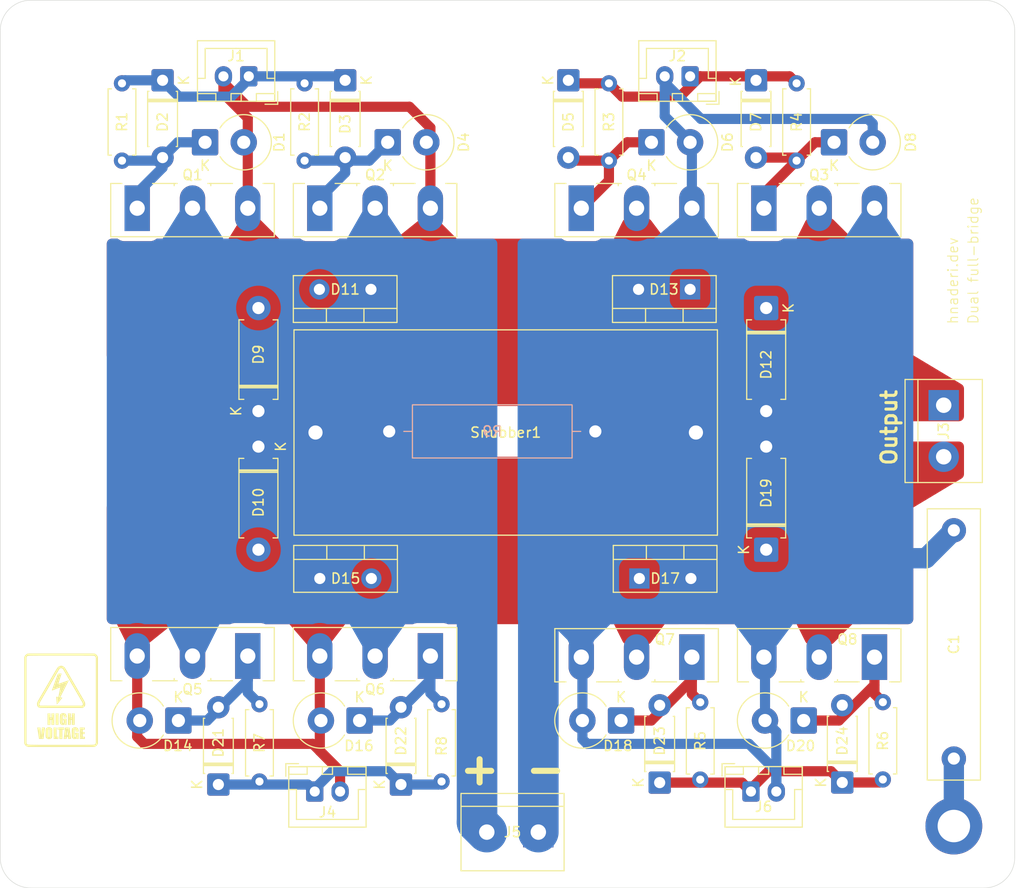
<source format=kicad_pcb>
(kicad_pcb (version 20241229) (generator "pcbnew") (generator_version "9.0")
  (layers (0 "F.Cu" signal) (2 "B.Cu" signal) (13 "F.Paste" user) (15 "B.Paste" user) (5 "F.SilkS" user "F.Silkscreen") (7 "B.SilkS" user "B.Silkscreen") (1 "F.Mask" user) (3 "B.Mask" user) (25 "Edge.Cuts" user))
  (net 0 "")
  (net 1 "GNDREF")
  (net 2 "GND")
  (net 3 "VDC")
  (net 4 "/Gate Left High")
  (net 5 "/BridgeLeft")
  (net 6 "Net-(D3-A)")
  (net 7 "/Gate Left Low")
  (net 8 "/Gate Right High")
  (net 9 "/Gate Right Low")
  (net 10 "/BridgeRight")
  (net 11 "/Net-(D1-A)")
  (net 12 "/Net-(D6-A1)")
  (net 13 "/Net-(D5-A1)")
  (net 14 "/Net-(D13-A)")
  (net 15 "/Net-(D15-A1)")
  (net 16 "/Net-(D17-A)")
  (net 17 "/Net-(D19-A)")
  (footprint "Diode_THT:D_DO-201_P3.81mm_Vertical_KathodeUp" (layer "F.Cu") (at 47.42 83 180)
    (property "Reference" "D16" (at 0.06 -2.5 180) (layer "F.SilkS"))
    (property "Value" "16v")
    (fp_text user "K" (at 0 2.3 0) (layer "F.SilkS"))
    (pad "1" thru_hole roundrect (at 0 0 180) (size 2.6 2.6) (drill 1.3) (layers "*.Cu" "*.Mask") (roundrect_rratio 0.096154) (net 15 "/Net-(D15-A1)"))
    (pad "2" thru_hole circle (at 3.81 0 180) (size 2.6 2.6) (drill 1.3) (layers "*.Cu" "*.Mask") (net 10 "/BridgeRight"))
  )
  (footprint "Diode_THT:D_DO-41_SOD81_P7.62mm_Horizontal" (layer "F.Cu") (at 28 19.89 -90)
    (property "Reference" "D2" (at 4.12 0 90) (layer "F.SilkS"))
    (property "Value" "1n5819")
    (fp_text user "K" (at 0 -2.1 90) (layer "F.SilkS"))
    (pad "1" thru_hole roundrect (at 0 0 270) (size 2.2 2.2) (drill 1.1) (layers "*.Cu" "*.Mask") (roundrect_rratio 0.113636) (net 4 "/Gate Left High"))
    (pad "2" thru_hole circle (at 7.62 0 270) (size 2.2 2.2) (drill 1.1) (layers "*.Cu" "*.Mask") (net 11 "/Net-(D1-A)"))
  )
  (footprint "Package_TO_SOT_THT:TO-247-3_Vertical" (layer "F.Cu") (at 54.4 76.64 180)
    (property "Reference" "Q6" (at 5.45 -3.28 180) (layer "F.SilkS"))
    (property "Value" "Q_NIGBT_GCE")
    (pad "1" thru_hole rect (at 0 0 180) (size 2.5 4.5) (drill 1.5) (layers "*.Cu" "*.Mask") (net 15 "/Net-(D15-A1)"))
    (pad "2" thru_hole oval (at 5.45 0 180) (size 2.5 4.5) (drill 1.5) (layers "*.Cu" "*.Mask") (net 3 "VDC"))
    (pad "3" thru_hole oval (at 10.9 0 180) (size 2.5 4.5) (drill 1.5) (layers "*.Cu" "*.Mask") (net 10 "/BridgeRight"))
  )
  (footprint "Diode_THT:D_DO-15_P10.16mm_Horizontal" (layer "F.Cu") (at 37.45 52.5 90)
    (property "Reference" "D9" (at 5.58 0 90) (layer "F.SilkS"))
    (property "Value" "500v")
    (fp_text user "K" (at 0 -2.2 90) (layer "F.SilkS"))
    (pad "1" thru_hole roundrect (at 0 0 90) (size 2.4 2.4) (drill 1.2) (layers "*.Cu" "*.Mask") (roundrect_rratio 0.104167) (net 3 "VDC"))
    (pad "2" thru_hole circle (at 10.16 0 90) (size 2.4 2.4) (drill 1.2) (layers "*.Cu" "*.Mask") (net 5 "/BridgeLeft"))
  )
  (footprint "Package_TO_SOT_THT:TO-220-2_Vertical" (layer "F.Cu") (at 80 40.5 180)
    (property "Reference" "D13" (at 2.58 0 0) (layer "F.SilkS"))
    (property "Value" "MUR1560")
    (pad "1" thru_hole rect (at 0 0 180) (size 2 2) (drill 1.1) (layers "*.Cu" "*.Mask") (net 5 "/BridgeLeft"))
    (pad "2" thru_hole circle (at 5.08 0 180) (size 2 2) (drill 1.1) (layers "*.Cu" "*.Mask") (net 1 "GNDREF"))
  )
  (footprint "Resistor_THT:R_Axial_DIN0207_L6.3mm_D2.5mm_P7.62mm_Horizontal" (layer "F.Cu") (at 99 88.81 90)
    (property "Reference" "R6" (at 3.81 0 90) (layer "F.SilkS"))
    (property "Value" "10")
    (pad "1" thru_hole circle (at 0 0 90) (size 1.6 1.6) (drill 0.8) (layers "*.Cu" "*.Mask") (net 9 "/Gate Right Low"))
    (pad "2" thru_hole circle (at 7.62 0 90) (size 1.6 1.6) (drill 0.8) (layers "*.Cu" "*.Mask") (net 17 "/Net-(D19-A)"))
  )
  (footprint "MountingHole:MountingHole_3.2mm_M3" (layer "F.Cu") (at 18 93)
    (property "Reference" "H3" (hide yes))
    (property "Value" "MountingHole")
    (pad "" np_thru_hole circle (at 0 0) (size 3.2 3.2) (drill 3.2) (layers "*.Cu" "*.Mask"))
  )
  (footprint "Resistor_THT:R_Axial_DIN0207_L6.3mm_D2.5mm_P7.62mm_Horizontal" (layer "F.Cu") (at 55.5 89.01 90)
    (property "Reference" "R8" (at 3.5 0 90) (layer "F.SilkS"))
    (property "Value" "10")
    (pad "1" thru_hole circle (at 0 0 90) (size 1.6 1.6) (drill 0.8) (layers "*.Cu" "*.Mask") (net 8 "/Gate Right High"))
    (pad "2" thru_hole circle (at 7.62 0 90) (size 1.6 1.6) (drill 0.8) (layers "*.Cu" "*.Mask") (net 15 "/Net-(D15-A1)"))
  )
  (footprint "MountingHole:MountingHole_3.2mm_M3" (layer "F.Cu") (at 106.4 17.5)
    (property "Reference" "H2" (hide yes))
    (property "Value" "MountingHole")
    (pad "" np_thru_hole circle (at 0 0) (size 3.2 3.2) (drill 3.2) (layers "*.Cu" "*.Mask"))
  )
  (footprint "Diode_THT:D_DO-15_P10.16mm_Horizontal" (layer "F.Cu") (at 87.5 66.16 90)
    (property "Reference" "D19" (at 5.58 0 90) (layer "F.SilkS"))
    (property "Value" "500v")
    (fp_text user "K" (at 0 -2.2 90) (layer "F.SilkS"))
    (pad "1" thru_hole roundrect (at 0 0 90) (size 2.4 2.4) (drill 1.2) (layers "*.Cu" "*.Mask") (roundrect_rratio 0.104167) (net 10 "/BridgeRight"))
    (pad "2" thru_hole circle (at 10.16 0 90) (size 2.4 2.4) (drill 1.2) (layers "*.Cu" "*.Mask") (net 1 "GNDREF"))
  )
  (footprint "Diode_THT:D_DO-201_P3.81mm_Vertical_KathodeUp" (layer "F.Cu") (at 73.195 83 180)
    (property "Reference" "D18" (at 0.31 -2.5 0) (layer "F.SilkS"))
    (property "Value" "16v")
    (fp_text user "K" (at 0 2.3 0) (layer "F.SilkS"))
    (pad "1" thru_hole roundrect (at 0 0 180) (size 2.6 2.6) (drill 1.3) (layers "*.Cu" "*.Mask") (roundrect_rratio 0.096154) (net 16 "/Net-(D17-A)"))
    (pad "2" thru_hole circle (at 3.81 0 180) (size 2.6 2.6) (drill 1.3) (layers "*.Cu" "*.Mask") (net 1 "GNDREF"))
  )
  (footprint "Package_TO_SOT_THT:TO-220-2_Vertical" (layer "F.Cu") (at 48.54 40.5 180)
    (property "Reference" "D11" (at 2.54 0 0) (layer "F.SilkS"))
    (property "Value" "MUR1560")
    (pad "1" thru_hole rect (at 0 0 180) (size 2 2) (drill 1.1) (layers "*.Cu" "*.Mask") (net 3 "VDC"))
    (pad "2" thru_hole circle (at 5.08 0 180) (size 2 2) (drill 1.1) (layers "*.Cu" "*.Mask") (net 5 "/BridgeLeft"))
  )
  (footprint "Diode_THT:D_DO-201_P3.81mm_Vertical_KathodeUp" (layer "F.Cu") (at 91.195 83 180)
    (property "Reference" "D20" (at 0.31 -2.5 0) (layer "F.SilkS"))
    (property "Value" "16v")
    (fp_text user "K" (at 0 2.3 0) (layer "F.SilkS"))
    (pad "1" thru_hole roundrect (at 0 0 180) (size 2.6 2.6) (drill 1.3) (layers "*.Cu" "*.Mask") (roundrect_rratio 0.096154) (net 17 "/Net-(D19-A)"))
    (pad "2" thru_hole circle (at 3.81 0 180) (size 2.6 2.6) (drill 1.3) (layers "*.Cu" "*.Mask") (net 1 "GNDREF"))
  )
  (footprint "Diode_THT:D_DO-41_SOD81_P7.62mm_Horizontal" (layer "F.Cu") (at 95 89.11 90)
    (property "Reference" "D24" (at 4.11 0 90) (layer "F.SilkS"))
    (property "Value" "1n5819")
    (fp_text user "K" (at 0 -2.1 90) (layer "F.SilkS"))
    (pad "1" thru_hole roundrect (at 0 0 90) (size 2.2 2.2) (drill 1.1) (layers "*.Cu" "*.Mask") (roundrect_rratio 0.113636) (net 9 "/Gate Right Low"))
    (pad "2" thru_hole circle (at 7.62 0 90) (size 2.2 2.2) (drill 1.1) (layers "*.Cu" "*.Mask") (net 17 "/Net-(D19-A)"))
  )
  (footprint "LOGO" (layer "F.Cu") (at 18 81)
    (property "Reference" "G***" (hide yes))
    (property "Value" "LOGO" (hide yes))
  )
  (footprint "Connector_JST:JST_XH_B2B-XH-A_1x02_P2.50mm_Vertical" (layer "F.Cu") (at 80 19.5 180)
    (property "Reference" "J2" (at 1.25 2 0) (layer "F.SilkS"))
    (property "Value" "Conn_01x02_Pin")
    (pad "1" thru_hole roundrect (at 0 0 180) (size 1.7 2) (drill 1) (layers "*.Cu" "*.Mask") (roundrect_rratio 0.147059) (net 7 "/Gate Left Low"))
    (pad "2" thru_hole oval (at 2.5 0 180) (size 1.7 2) (drill 1) (layers "*.Cu" "*.Mask") (net 1 "GNDREF"))
  )
  (footprint "Diode_THT:D_DO-41_SOD81_P7.62mm_Horizontal" (layer "F.Cu") (at 77 89.12 90)
    (property "Reference" "D23" (at 4.11 0 90) (layer "F.SilkS"))
    (property "Value" "1n5819")
    (fp_text user "K" (at 0 -2.1 90) (layer "F.SilkS"))
    (pad "1" thru_hole roundrect (at 0 0 90) (size 2.2 2.2) (drill 1.1) (layers "*.Cu" "*.Mask") (roundrect_rratio 0.113636) (net 9 "/Gate Right Low"))
    (pad "2" thru_hole circle (at 7.62 0 90) (size 2.2 2.2) (drill 1.1) (layers "*.Cu" "*.Mask") (net 16 "/Net-(D17-A)"))
  )
  (footprint "Package_TO_SOT_THT:TO-247-3_Vertical" (layer "F.Cu") (at 87.275 32.5)
    (property "Reference" "Q3" (at 5.45 -3.28 0) (layer "F.SilkS"))
    (property "Value" "Q_NIGBT_GCE")
    (pad "1" thru_hole rect (at 0 0) (size 2.5 4.5) (drill 1.5) (layers "*.Cu" "*.Mask") (net 13 "/Net-(D5-A1)"))
    (pad "2" thru_hole oval (at 5.45 0) (size 2.5 4.5) (drill 1.5) (layers "*.Cu" "*.Mask") (net 5 "/BridgeLeft"))
    (pad "3" thru_hole oval (at 10.9 0) (size 2.5 4.5) (drill 1.5) (layers "*.Cu" "*.Mask") (net 1 "GNDREF"))
  )
  (footprint "Diode_THT:D_DO-201_P3.81mm_Vertical_KathodeUp" (layer "F.Cu") (at 32.19 26)
    (property "Reference" "D1" (at 7.31 0 270) (layer "F.SilkS"))
    (property "Value" "16v")
    (fp_text user "K" (at 0 2.3 0) (layer "F.SilkS"))
    (pad "1" thru_hole roundrect (at 0 0) (size 2.6 2.6) (drill 1.3) (layers "*.Cu" "*.Mask") (roundrect_rratio 0.096154) (net 11 "/Net-(D1-A)"))
    (pad "2" thru_hole circle (at 3.81 0) (size 2.6 2.6) (drill 1.3) (layers "*.Cu" "*.Mask") (net 5 "/BridgeLeft"))
  )
  (footprint "Resistor_THT:R_Axial_DIN0207_L6.3mm_D2.5mm_P7.62mm_Horizontal" (layer "F.Cu") (at 42 20.19 -90)
    (property "Reference" "R2" (at 3.81 0 90) (layer "F.SilkS"))
    (property "Value" "10")
    (pad "1" thru_hole circle (at 0 0 270) (size 1.6 1.6) (drill 0.8) (layers "*.Cu" "*.Mask") (net 4 "/Gate Left High"))
    (pad "2" thru_hole circle (at 7.62 0 270) (size 1.6 1.6) (drill 0.8) (layers "*.Cu" "*.Mask") (net 6 "Net-(D3-A)"))
  )
  (footprint "Resistor_THT:R_Axial_DIN0207_L6.3mm_D2.5mm_P7.62mm_Horizontal" (layer "F.Cu") (at 72 20.19 -90)
    (property "Reference" "R3" (at 3.81 0 90) (layer "F.SilkS"))
    (property "Value" "10")
    (pad "1" thru_hole circle (at 0 0 270) (size 1.6 1.6) (drill 0.8) (layers "*.Cu" "*.Mask") (net 7 "/Gate Left Low"))
    (pad "2" thru_hole circle (at 7.62 0 270) (size 1.6 1.6) (drill 0.8) (layers "*.Cu" "*.Mask") (net 12 "/Net-(D6-A1)"))
  )
  (footprint "Connector_JST:JST_XH_B2B-XH-A_1x02_P2.50mm_Vertical" (layer "F.Cu") (at 86 90)
    (property "Reference" "J6" (at 1.25 1.5 0) (layer "F.SilkS"))
    (property "Value" "Conn_01x02_Pin")
    (pad "1" thru_hole roundrect (at 0 0) (size 1.7 2) (drill 1) (layers "*.Cu" "*.Mask") (roundrect_rratio 0.147059) (net 9 "/Gate Right Low"))
    (pad "2" thru_hole oval (at 2.5 0) (size 1.7 2) (drill 1) (layers "*.Cu" "*.Mask") (net 1 "GNDREF"))
  )
  (footprint "Diode_THT:D_DO-15_P10.16mm_Horizontal" (layer "F.Cu") (at 87.5 42.34 -90)
    (property "Reference" "D12" (at 5.58 0 90) (layer "F.SilkS"))
    (property "Value" "500v")
    (fp_text user "K" (at 0 -2.2 90) (layer "F.SilkS"))
    (pad "1" thru_hole roundrect (at 0 0 270) (size 2.4 2.4) (drill 1.2) (layers "*.Cu" "*.Mask") (roundrect_rratio 0.104167) (net 5 "/BridgeLeft"))
    (pad "2" thru_hole circle (at 10.16 0 270) (size 2.4 2.4) (drill 1.2) (layers "*.Cu" "*.Mask") (net 1 "GNDREF"))
  )
  (footprint "Capacitor_THT:C_Rect_L41.5mm_W20.0mm_P37.50mm_MKS4" (layer "F.Cu") (at 80.575 54.61 180)
    (property "Reference" "Snubber1" (at 18.75 0 0) (layer "F.SilkS"))
    (property "Value" "15u 700v")
    (pad "1" thru_hole circle (at 0 0 180) (size 2.8 2.8) (drill 1.4) (layers "*.Cu" "*.Mask") (net 1 "GNDREF"))
    (pad "2" thru_hole circle (at 37.5 0 180) (size 2.8 2.8) (drill 1.4) (layers "*.Cu" "*.Mask") (net 3 "VDC"))
  )
  (footprint "Diode_THT:D_DO-201_P3.81mm_Vertical_KathodeUp" (layer "F.Cu") (at 50.19 26)
    (property "Reference" "D4" (at 7.5 0 90) (layer "F.SilkS"))
    (property "Value" "16v")
    (fp_text user "K" (at 0 2.3 0) (layer "F.SilkS"))
    (pad "1" thru_hole roundrect (at 0 0) (size 2.6 2.6) (drill 1.3) (layers "*.Cu" "*.Mask") (roundrect_rratio 0.096154) (net 6 "Net-(D3-A)"))
    (pad "2" thru_hole circle (at 3.81 0) (size 2.6 2.6) (drill 1.3) (layers "*.Cu" "*.Mask") (net 5 "/BridgeLeft"))
  )
  (footprint "Resistor_THT:R_Axial_DIN0207_L6.3mm_D2.5mm_P7.62mm_Horizontal" (layer "F.Cu") (at 24 20.19 -90)
    (property "Reference" "R1" (at 3.81 0 270) (layer "F.SilkS"))
    (property "Value" "10")
    (pad "1" thru_hole circle (at 0 0 270) (size 1.6 1.6) (drill 0.8) (layers "*.Cu" "*.Mask") (net 4 "/Gate Left High"))
    (pad "2" thru_hole circle (at 7.62 0 270) (size 1.6 1.6) (drill 0.8) (layers "*.Cu" "*.Mask") (net 11 "/Net-(D1-A)"))
  )
  (footprint "Package_TO_SOT_THT:TO-247-3_Vertical" (layer "F.Cu") (at 80.175 76.75 180)
    (property "Reference" "Q7" (at 2.675 1.75 180) (layer "F.SilkS"))
    (property "Value" "Q_NIGBT_GCE")
    (pad "1" thru_hole rect (at 0 0 180) (size 2.5 4.5) (drill 1.5) (layers "*.Cu" "*.Mask") (net 16 "/Net-(D17-A)"))
    (pad "2" thru_hole oval (at 5.45 0 180) (size 2.5 4.5) (drill 1.5) (layers "*.Cu" "*.Mask") (net 10 "/BridgeRight"))
    (pad "3" thru_hole oval (at 10.9 0 180) (size 2.5 4.5) (drill 1.5) (layers "*.Cu" "*.Mask") (net 1 "GNDREF"))
  )
  (footprint "Package_TO_SOT_THT:TO-220-2_Vertical" (layer "F.Cu") (at 43.5 69)
    (property "Reference" "D15" (at 2.54 0 0) (layer "F.SilkS"))
    (property "Value" "MUR1560")
    (pad "1" thru_hole rect (at 0 0) (size 2 2) (drill 1.1) (layers "*.Cu" "*.Mask") (net 3 "VDC"))
    (pad "2" thru_hole circle (at 5.08 0) (size 2 2) (drill 1.1) (layers "*.Cu" "*.Mask") (net 10 "/BridgeRight"))
  )
  (footprint "Package_TO_SOT_THT:TO-247-3_Vertical" (layer "F.Cu") (at 98.175 76.75 180)
    (property "Reference" "Q8" (at 2.675 1.75 180) (layer "F.SilkS"))
    (property "Value" "Q_NIGBT_GCE")
    (pad "1" thru_hole rect (at 0 0 180) (size 2.5 4.5) (drill 1.5) (layers "*.Cu" "*.Mask") (net 17 "/Net-(D19-A)"))
    (pad "2" thru_hole oval (at 5.45 0 180) (size 2.5 4.5) (drill 1.5) (layers "*.Cu" "*.Mask") (net 10 "/BridgeRight"))
    (pad "3" thru_hole oval (at 10.9 0 180) (size 2.5 4.5) (drill 1.5) (layers "*.Cu" "*.Mask") (net 1 "GNDREF"))
  )
  (footprint "Resistor_THT:R_Axial_DIN0207_L6.3mm_D2.5mm_P7.62mm_Horizontal" (layer "F.Cu") (at 37.55 89.01 90)
    (property "Reference" "R7" (at 3.8 0 90) (layer "F.SilkS"))
    (property "Value" "10")
    (pad "1" thru_hole circle (at 0 0 90) (size 1.6 1.6) (drill 0.8) (layers "*.Cu" "*.Mask") (net 8 "/Gate Right High"))
    (pad "2" thru_hole circle (at 7.62 0 90) (size 1.6 1.6) (drill 0.8) (layers "*.Cu" "*.Mask") (net 14 "/Net-(D13-A)"))
  )
  (footprint "Package_TO_SOT_THT:TO-220-2_Vertical" (layer "F.Cu") (at 75 69)
    (property "Reference" "D17" (at 2.54 0 0) (layer "F.SilkS"))
    (property "Value" "MUR1560")
    (pad "1" thru_hole rect (at 0 0) (size 2 2) (drill 1.1) (layers "*.Cu" "*.Mask") (net 10 "/BridgeRight"))
    (pad "2" thru_hole circle (at 5.08 0) (size 2 2) (drill 1.1) (layers "*.Cu" "*.Mask") (net 1 "GNDREF"))
  )
  (footprint "Diode_THT:D_DO-41_SOD81_P7.62mm_Horizontal" (layer "F.Cu") (at 86.5 19.89 -90)
    (property "Reference" "D7" (at 4.12 0 90) (layer "F.SilkS"))
    (property "Value" "1n5819")
    (fp_text user "K" (at 0.12 2 90) (layer "F.SilkS"))
    (pad "1" thru_hole roundrect (at 0 0 270) (size 2.2 2.2) (drill 1.1) (layers "*.Cu" "*.Mask") (roundrect_rratio 0.113636) (net 7 "/Gate Left Low"))
    (pad "2" thru_hole circle (at 7.62 0 270) (size 2.2 2.2) (drill 1.1) (layers "*.Cu" "*.Mask") (net 13 "/Net-(D5-A1)"))
  )
  (footprint "Package_TO_SOT_THT:TO-247-3_Vertical" (layer "F.Cu") (at 43.5 32.5)
    (property "Reference" "Q2" (at 5.45 -3.28 0) (layer "F.SilkS"))
    (property "Value" "Q_NIGBT_GCE")
    (pad "1" thru_hole rect (at 0 0) (size 2.5 4.5) (drill 1.5) (layers "*.Cu" "*.Mask") (net 6 "Net-(D3-A)"))
    (pad "2" thru_hole oval (at 5.45 0) (size 2.5 4.5) (drill 1.5) (layers "*.Cu" "*.Mask") (net 3 "VDC"))
    (pad "3" thru_hole oval (at 10.9 0) (size 2.5 4.5) (drill 1.5) (layers "*.Cu" "*.Mask") (net 5 "/BridgeLeft"))
  )
  (footprint "Diode_THT:D_DO-201_P3.81mm_Vertical_KathodeUp" (layer "F.Cu") (at 76.19 26)
    (property "Reference" "D6" (at 7.5 0 90) (layer "F.SilkS"))
    (property "Value" "16v")
    (fp_text user "K" (at 0 2.3 0) (layer "F.SilkS"))
    (pad "1" thru_hole roundrect (at 0 0) (size 2.6 2.6) (drill 1.3) (layers "*.Cu" "*.Mask") (roundrect_rratio 0.096154) (net 12 "/Net-(D6-A1)"))
    (pad "2" thru_hole circle (at 3.81 0) (size 2.6 2.6) (drill 1.3) (layers "*.Cu" "*.Mask") (net 1 "GNDREF"))
  )
  (footprint "Diode_THT:D_DO-41_SOD81_P7.62mm_Horizontal" (layer "F.Cu") (at 51.5 89.31 90)
    (property "Reference" "D22" (at 4.3 0 90) (layer "F.SilkS"))
    (property "Value" "1n5819")
    (fp_text user "K" (at 0 -2.1 90) (layer "F.SilkS"))
    (pad "1" thru_hole roundrect (at 0 0 90) (size 2.2 2.2) (drill 1.1) (layers "*.Cu" "*.Mask") (roundrect_rratio 0.113636) (net 8 "/Gate Right High"))
    (pad "2" thru_hole circle (at 7.62 0 90) (size 2.2 2.2) (drill 1.1) (layers "*.Cu" "*.Mask") (net 15 "/Net-(D15-A1)"))
  )
  (footprint "Connector_JST:JST_XH_B2B-XH-A_1x02_P2.50mm_Vertical" (layer "F.Cu") (at 43 90)
    (property "Reference" "J4" (at 1.25 2.05 0) (layer "F.SilkS"))
    (property "Value" "Conn_01x02_Pin")
    (pad "1" thru_hole roundrect (at 0 0) (size 1.7 2) (drill 1) (layers "*.Cu" "*.Mask") (roundrect_rratio 0.147059) (net 8 "/Gate Right High"))
    (pad "2" thru_hole oval (at 2.5 0) (size 1.7 2) (drill 1) (layers "*.Cu" "*.Mask") (net 10 "/BridgeRight"))
  )
  (footprint "TerminalBlock:TerminalBlock_bornier-2_P5.08mm" (layer "F.Cu") (at 65.04 94 180)
    (property "Reference" "J5" (at 2.54 0 0) (layer "F.SilkS"))
    (property "Value" "Power")
    (pad "1" thru_hole rect (at 0 0 180) (size 3 3) (drill 1.52) (layers "*.Cu" "*.Mask") (net 1 "GNDREF"))
    (pad "2" thru_hole circle (at 5.08 0 180) (size 3 3) (drill 1.52) (layers "*.Cu" "*.Mask") (net 3 "VDC"))
  )
  (footprint "Connector_JST:JST_XH_B2B-XH-A_1x02_P2.50mm_Vertical" (layer "F.Cu") (at 36.5 19.5 180)
    (property "Reference" "J1" (at 1.25 2 0) (layer "F.SilkS"))
    (property "Value" "Conn_01x02_Pin")
    (pad "1" thru_hole roundrect (at 0 0 180) (size 1.7 2) (drill 1) (layers "*.Cu" "*.Mask") (roundrect_rratio 0.147059) (net 4 "/Gate Left High"))
    (pad "2" thru_hole oval (at 2.5 0 180) (size 1.7 2) (drill 1) (layers "*.Cu" "*.Mask") (net 5 "/BridgeLeft"))
  )
  (footprint "Diode_THT:D_DO-201_P3.81mm_Vertical_KathodeUp" (layer "F.Cu") (at 29.56 83 180)
    (property "Reference" "D14" (at 0.06 -2.5 0) (layer "F.SilkS"))
    (property "Value" "16v")
    (fp_text user "K" (at 0 2.3 0) (layer "F.SilkS"))
    (pad "1" thru_hole roundrect (at 0 0 180) (size 2.6 2.6) (drill 1.3) (layers "*.Cu" "*.Mask") (roundrect_rratio 0.096154) (net 14 "/Net-(D13-A)"))
    (pad "2" thru_hole circle (at 3.81 0 180) (size 2.6 2.6) (drill 1.3) (layers "*.Cu" "*.Mask") (net 10 "/BridgeRight"))
  )
  (footprint "Diode_THT:D_DO-201_P3.81mm_Vertical_KathodeUp" (layer "F.Cu") (at 94.19 26)
    (property "Reference" "D8" (at 7.56 0 90) (layer "F.SilkS"))
    (property "Value" "16v")
    (fp_text user "K" (at 0 2.3 0) (layer "F.SilkS"))
    (pad "1" thru_hole roundrect (at 0 0) (size 2.6 2.6) (drill 1.3) (layers "*.Cu" "*.Mask") (roundrect_rratio 0.096154) (net 13 "/Net-(D5-A1)"))
    (pad "2" thru_hole circle (at 3.81 0) (size 2.6 2.6) (drill 1.3) (layers "*.Cu" "*.Mask") (net 1 "GNDREF"))
  )
  (footprint "Resistor_THT:R_Axial_DIN0207_L6.3mm_D2.5mm_P7.62mm_Horizontal" (layer "F.Cu") (at 90.5 20.19 -90)
    (property "Reference" "R4" (at 3.81 0 90) (layer "F.SilkS"))
    (property "Value" "10")
    (pad "1" thru_hole circle (at 0 0 270) (size 1.6 1.6) (drill 0.8) (layers "*.Cu" "*.Mask") (net 7 "/Gate Left Low"))
    (pad "2" thru_hole circle (at 7.62 0 270) (size 1.6 1.6) (drill 0.8) (layers "*.Cu" "*.Mask") (net 13 "/Net-(D5-A1)"))
  )
  (footprint "Diode_THT:D_DO-41_SOD81_P7.62mm_Horizontal" (layer "F.Cu") (at 33.5 89.31 90)
    (property "Reference" "D21" (at 4.12 0 90) (layer "F.SilkS"))
    (property "Value" "1n5819")
    (fp_text user "K" (at 0 -2.1 90) (layer "F.SilkS"))
    (pad "1" thru_hole roundrect (at 0 0 90) (size 2.2 2.2) (drill 1.1) (layers "*.Cu" "*.Mask") (roundrect_rratio 0.113636) (net 8 "/Gate Right High"))
    (pad "2" thru_hole circle (at 7.62 0 90) (size 2.2 2.2) (drill 1.1) (layers "*.Cu" "*.Mask") (net 14 "/Net-(D13-A)"))
  )
  (footprint "Diode_THT:D_DO-41_SOD81_P7.62mm_Horizontal" (layer "F.Cu") (at 46 19.89 -90)
    (property "Reference" "D3" (at 4.31 0 90) (layer "F.SilkS"))
    (property "Value" "1n5819")
    (fp_text user "K" (at 0 -2.1 90) (layer "F.SilkS"))
    (pad "1" thru_hole roundrect (at 0 0 270) (size 2.2 2.2) (drill 1.1) (layers "*.Cu" "*.Mask") (roundrect_rratio 0.113636) (net 4 "/Gate Left High"))
    (pad "2" thru_hole circle (at 7.62 0 270) (size 2.2 2.2) (drill 1.1) (layers "*.Cu" "*.Mask") (net 6 "Net-(D3-A)"))
  )
  (footprint "MountingHole:MountingHole_3.2mm_M3_DIN965_Pad_TopBottom" (layer "F.Cu") (at 106 93.4)
    (property "Reference" "H4" (hide yes))
    (property "Value" "MountingHole_Pad")
    (pad "1" thru_hole circle (at 0 0) (size 3.6 3.6) (drill 3.2) (layers "*.Cu" "*.Mask") (net 2 "GND"))
    (pad "1" connect circle (at 0 0) (size 5.6 5.6) (layers "F.Cu" "F.Mask") (net 2 "GND"))
    (pad "1" connect circle (at 0 0) (size 5.6 5.6) (layers "B.Cu" "B.Mask") (net 2 "GND"))
  )
  (footprint "Capacitor_THT:C_Rect_L26.5mm_W5.0mm_P22.50mm_MKS4" (layer "F.Cu") (at 106 64.25 -90)
    (property "Reference" "C1" (at 11.25 0 90) (layer "F.SilkS"))
    (property "Value" "C")
    (pad "1" thru_hole circle (at 0 0 270) (size 2.4 2.4) (drill 1.2) (layers "*.Cu" "*.Mask") (net 1 "GNDREF"))
    (pad "2" thru_hole circle (at 22.5 0 270) (size 2.4 2.4) (drill 1.2) (layers "*.Cu" "*.Mask") (net 2 "GND"))
  )
  (footprint "Diode_THT:D_DO-15_P10.16mm_Horizontal" (layer "F.Cu") (at 37.45 56 -90)
    (property "Reference" "D10" (at 5.5 0 90) (layer "F.SilkS"))
    (property "Value" "500v")
    (fp_text user "K" (at 0 -2.2 90) (layer "F.SilkS"))
    (pad "1" thru_hole roundrect (at 0 0 270) (size 2.4 2.4) (drill 1.2) (layers "*.Cu" "*.Mask") (roundrect_rratio 0.104167) (net 3 "VDC"))
    (pad "2" thru_hole circle (at 10.16 0 270) (size 2.4 2.4) (drill 1.2) (layers "*.Cu" "*.Mask") (net 10 "/BridgeRight"))
  )
  (footprint "Package_TO_SOT_THT:TO-247-3_Vertical" (layer "F.Cu") (at 36.4 76.64 180)
    (property "Reference" "Q5" (at 5.45 -3.28 180) (layer "F.SilkS"))
    (property "Value" "Q_NIGBT_GCE")
    (pad "1" thru_hole rect (at 0 0 180) (size 2.5 4.5) (drill 1.5) (layers "*.Cu" "*.Mask") (net 14 "/Net-(D13-A)"))
    (pad "2" thru_hole oval (at 5.45 0 180) (size 2.5 4.5) (drill 1.5) (layers "*.Cu" "*.Mask") (net 3 "VDC"))
    (pad "3" thru_hole oval (at 10.9 0 180) (size 2.5 4.5) (drill 1.5) (layers "*.Cu" "*.Mask") (net 10 "/BridgeRight"))
  )
  (footprint "Diode_THT:D_DO-41_SOD81_P7.62mm_Horizontal" (layer "F.Cu") (at 68 19.89 -90)
    (property "Reference" "D5" (at 4.12 0 90) (layer "F.SilkS"))
    (property "Value" "1n5819")
    (fp_text user "K" (at 0 2 90) (layer "F.SilkS"))
    (pad "1" thru_hole roundrect (at 0 0 270) (size 2.2 2.2) (drill 1.1) (layers "*.Cu" "*.Mask") (roundrect_rratio 0.113636) (net 7 "/Gate Left Low"))
    (pad "2" thru_hole circle (at 7.62 0 270) (size 2.2 2.2) (drill 1.1) (layers "*.Cu" "*.Mask") (net 12 "/Net-(D6-A1)"))
  )
  (footprint "Package_TO_SOT_THT:TO-247-3_Vertical" (layer "F.Cu") (at 25.5 32.5)
    (property "Reference" "Q1" (at 5.45 -3.28 0) (layer "F.SilkS"))
    (property "Value" "Q_NIGBT_GCE")
    (pad "1" thru_hole rect (at 0 0) (size 2.5 4.5) (drill 1.5) (layers "*.Cu" "*.Mask") (net 11 "/Net-(D1-A)"))
    (pad "2" thru_hole oval (at 5.45 0) (size 2.5 4.5) (drill 1.5) (layers "*.Cu" "*.Mask") (net 3 "VDC"))
    (pad "3" thru_hole oval (at 10.9 0) (size 2.5 4.5) (drill 1.5) (layers "*.Cu" "*.Mask") (net 5 "/BridgeLeft"))
  )
  (footprint "TerminalBlock:TerminalBlock_bornier-2_P5.08mm" (layer "F.Cu") (at 105 51.92 -90)
    (property "Reference" "J3" (at 2.54 0 90) (layer "F.SilkS"))
    (property "Value" "Output")
    (pad "1" thru_hole rect (at 0 0 270) (size 3 3) (drill 1.52) (layers "*.Cu" "*.Mask") (net 5 "/BridgeLeft"))
    (pad "2" thru_hole circle (at 5.08 0 270) (size 3 3) (drill 1.52) (layers "*.Cu" "*.Mask") (net 10 "/BridgeRight"))
  )
  (footprint "Resistor_THT:R_Axial_DIN0207_L6.3mm_D2.5mm_P7.62mm_Horizontal" (layer "F.Cu") (at 81 88.82 90)
    (property "Reference" "R5" (at 3.81 0 90) (layer "F.SilkS"))
    (property "Value" "10")
    (pad "1" thru_hole circle (at 0 0 90) (size 1.6 1.6) (drill 0.8) (layers "*.Cu" "*.Mask") (net 9 "/Gate Right Low"))
    (pad "2" thru_hole circle (at 7.62 0 90) (size 1.6 1.6) (drill 0.8) (layers "*.Cu" "*.Mask") (net 16 "/Net-(D17-A)"))
  )
  (footprint "Package_TO_SOT_THT:TO-247-3_Vertical" (layer "F.Cu") (at 69.275 32.5)
    (property "Reference" "Q4" (at 5.45 -3.28 0) (layer "F.SilkS"))
    (property "Value" "Q_NIGBT_GCE")
    (pad "1" thru_hole rect (at 0 0) (size 2.5 4.5) (drill 1.5) (layers "*.Cu" "*.Mask") (net 12 "/Net-(D6-A1)"))
    (pad "2" thru_hole oval (at 5.45 0) (size 2.5 4.5) (drill 1.5) (layers "*.Cu" "*.Mask") (net 5 "/BridgeLeft"))
    (pad "3" thru_hole oval (at 10.9 0) (size 2.5 4.5) (drill 1.5) (layers "*.Cu" "*.Mask") (net 1 "GNDREF"))
  )
  (footprint "MountingHole:MountingHole_3.2mm_M3" (layer "F.Cu") (at 18 17.5)
    (property "Reference" "H1" (hide yes))
    (property "Value" "MountingHole")
    (pad "" np_thru_hole circle (at 0 0) (size 3.2 3.2) (drill 3.2) (layers "*.Cu" "*.Mask"))
  )
  (footprint "Resistor_THT:R_Axial_DIN0516_L15.5mm_D5.0mm_P20.32mm_Horizontal" (layer "B.Cu") (at 50.34 54.5)
    (property "Reference" "R9" (at 10.16 0 0) (layer "B.SilkS") (effects (justify mirror)))
    (property "Value" "120k")
    (pad "1" thru_hole circle (at 0 0) (size 2.4 2.4) (drill 1.2) (layers "*.Cu" "*.Mask") (net 3 "VDC"))
    (pad "2" thru_hole circle (at 20.32 0) (size 2.4 2.4) (drill 1.2) (layers "*.Cu" "*.Mask") (net 1 "GNDREF"))
  )
  (gr_poly (pts (xy 79 33.5) (xy 76 36) (xy 83 36) (xy 81 33)) (stroke (width 0.2)) (fill yes) (layer "B.Cu") (net 1))
  (gr_poly (pts (xy 32 76.5) (xy 30 76.5) (xy 28 72.5) (xy 34 72.5)) (stroke (width 0.2)) (fill yes) (layer "B.Cu") (net 3))
  (gr_poly (pts (xy 72 73.5) (xy 70.5 75) (xy 70 76) (xy 68.5 76) (xy 68 75) (xy 66.5 73.5)) (stroke (width 0.2)) (fill yes) (layer "B.Cu") (net 1))
  (gr_poly (pts (xy 48 32.5) (xy 46 36) (xy 52 36) (xy 50 33)) (stroke (width 0.2)) (fill yes) (layer "B.Cu") (net 3))
  (gr_poly (pts (xy 101 36) (xy 99 33) (xy 97 33) (xy 95 36) (xy 101.5 36)) (stroke (width 0.2)) (fill yes) (layer "B.Cu") (net 1))
  (gr_poly (pts (xy 30 32.5) (xy 27.5 36.5) (xy 34.5 36.5) (xy 32 32.5)) (stroke (width 0.2)) (fill yes) (layer "B.Cu") (net 3))
  (gr_poly (pts (xy 48 76) (xy 50 76) (xy 52.5 72.5) (xy 46 72.5)) (stroke (width 0.2)) (fill yes) (layer "B.Cu") (net 3))
  (gr_poly (pts (xy 90 73.5) (xy 88.5 75.5) (xy 86 75.5) (xy 84.5 73.5) (xy 90.5 73.5)) (stroke (width 0.2)) (fill yes) (layer "B.Cu") (net 1))
  (gr_arc (start 15 99.5) (mid 12.87868 98.62132) (end 12 96.5) (stroke (width 0.05)) (layer "Edge.Cuts"))
  (gr_arc (start 112 96.5) (mid 111.12132 98.62132) (end 109 99.5) (stroke (width 0.05)) (layer "Edge.Cuts"))
  (gr_line (start 12 96.5) (end 12 15) (stroke (width 0.05)) (layer "Edge.Cuts"))
  (gr_arc (start 109 12) (mid 111.12132 12.87868) (end 112 15) (stroke (width 0.05)) (layer "Edge.Cuts"))
  (gr_arc (start 12 15) (mid 12.87868 12.87868) (end 15 12) (stroke (width 0.05)) (layer "Edge.Cuts"))
  (gr_line (start 15 12) (end 109 12) (stroke (width 0.05)) (layer "Edge.Cuts"))
  (gr_line (start 112 15) (end 112 96.5) (stroke (width 0.05)) (layer "Edge.Cuts"))
  (gr_line (start 109 99.5) (end 15 99.5) (stroke (width 0.05)) (layer "Edge.Cuts"))
  (gr_text "Dual full-bridge" (at 108.5 44 90) (layer "F.SilkS") (effects (font (size 1 1) (thickness 0.1)) (justify left bottom)))
  (gr_text "-" (at 63.5 89.5 0) (layer "F.SilkS") (effects (font (size 3 3) (thickness 0.6) (bold yes)) (justify left bottom)))
  (gr_text "Output" (at 100.5 58 90) (layer "F.SilkS") (effects (font (size 1.5 1.5) (thickness 0.3) (bold yes)) (justify left bottom)))
  (gr_text "hnaderi.dev" (at 106.5 44 90) (layer "F.SilkS") (effects (font (size 1 1) (thickness 0.1)) (justify left bottom)))
  (gr_text "+" (at 57 89.5 0) (layer "F.SilkS") (effects (font (size 3 3) (thickness 0.6) (bold yes)) (justify left bottom)))
  (segment (start 69.847523 85.301) (end 69.385 84.838477) (width 1) (layer "B.Cu") (net 1))
  (segment (start 64.5 72.5) (end 67 72.5) (width 0.4) (layer "B.Cu") (net 1))
  (segment (start 98 24.161523) (end 98 26) (width 1) (layer "B.Cu") (net 1))
  (segment (start 87.385 83) (end 87.385 76.86) (width 1) (layer "B.Cu") (net 1))
  (segment (start 69.385 83) (end 69.385 76.86) (width 1) (layer "B.Cu") (net 1))
  (segment (start 88.5 88) (end 85.801 85.301) (width 1) (layer "B.Cu") (net 1))
  (segment (start 65.04 94) (end 65.04 71.96) (width 4) (layer "B.Cu") (net 1))
  (segment (start 81.072892 23.699) (end 97.537477 23.699) (width 1) (layer "B.Cu") (net 1))
  (segment (start 77.5 19.5) (end 77.5 20.126108) (width 1) (layer "B.Cu") (net 1))
  (segment (start 77.5 19.5) (end 77.5 23.433892) (width 1) (layer "B.Cu") (net 1))
  (segment (start 88.5 84.115) (end 87.385 83) (width 1) (layer "B.Cu") (net 1))
  (segment (start 80.175 26.108892) (end 80.175 32.5) (width 1) (layer "B.Cu") (net 1))
  (segment (start 88.5 90) (end 88.5 88) (width 1) (layer "B.Cu") (net 1))
  (segment (start 103.25 67) (end 95.5 67) (width 2) (layer "B.Cu") (net 1))
  (segment (start 69.385 84.838477) (end 69.385 83) (width 1) (layer "B.Cu") (net 1))
  (segment (start 77.5 23.433892) (end 80.175 26.108892) (width 1) (layer "B.Cu") (net 1))
  (segment (start 77.5 20.126108) (end 81.072892 23.699) (width 1) (layer "B.Cu") (net 1))
  (segment (start 100.64 67.36) (end 100.5 67.5) (width 1) (layer "B.Cu") (net 1))
  (segment (start 64 73) (end 64.5 72.5) (width 0.4) (layer "B.Cu") (net 1))
  (segment (start 65.04 71.96) (end 65.5 71.5) (width 1) (layer "B.Cu") (net 1))
  (segment (start 97.537477 23.699) (end 98 24.161523) (width 1) (layer "B.Cu") (net 1))
  (segment (start 106 64.25) (end 103.25 67) (width 2) (layer "B.Cu") (net 1))
  (segment (start 88.5 90) (end 88.5 84.115) (width 1) (layer "B.Cu") (net 1))
  (segment (start 85.801 85.301) (end 69.847523 85.301) (width 1) (layer "B.Cu") (net 1))
  (segment (start 106 86.75) (end 106 93.4) (width 2) (layer "B.Cu") (net 2))
  (segment (start 59.96 94) (end 59 93.04) (width 4) (layer "B.Cu") (net 3))
  (segment (start 59 93.04) (end 59 64.5) (width 4) (layer "B.Cu") (net 3))
  (segment (start 24.3 19.89) (end 24 20.19) (width 1) (layer "B.Cu") (net 4))
  (segment (start 29.611 21.501) (end 28 19.89) (width 1) (layer "B.Cu") (net 4))
  (segment (start 28 19.89) (end 24.3 19.89) (width 1) (layer "B.Cu") (net 4))
  (segment (start 36.5 19.767709) (end 34.766709 21.501) (width 1) (layer "B.Cu") (net 4))
  (segment (start 34.766709 21.501) (end 29.611 21.501) (width 1) (layer "B.Cu") (net 4))
  (segment (start 36.5 19.5) (end 45.61 19.5) (width 1) (layer "B.Cu") (net 4))
  (segment (start 52.338477 22.5) (end 54.4 24.561523) (width 1) (layer "F.Cu") (net 5))
  (segment (start 36.373892 22.5) (end 52.338477 22.5) (width 1) (layer "F.Cu") (net 5))
  (segment (start 34 19.5) (end 34 20.126108) (width 1) (layer "F.Cu") (net 5))
  (segment (start 34 21.2) (end 36.4 23.6) (width 1) (layer "F.Cu") (net 5))
  (segment (start 34 19.5) (end 34 21.2) (width 1) (layer "F.Cu") (net 5))
  (segment (start 54.4 24.561523) (end 54.4 32.5) (width 1) (layer "F.Cu") (net 5))
  (segment (start 36.4 23.6) (end 36.4 32.5) (width 1) (layer "F.Cu") (net 5))
  (segment (start 34 20.126108) (end 36.373892 22.5) (width 1) (layer "F.Cu") (net 5))
  (segment (start 48.38 27.81) (end 50.19 26) (width 1) (layer "B.Cu") (net 6))
  (segment (start 42 27.81) (end 48.38 27.81) (width 1) (layer "B.Cu") (net 6))
  (segment (start 46 29) (end 46 27.51) (width 1) (layer "B.Cu") (net 6))
  (segment (start 43.5 31.5) (end 46 29) (width 1) (layer "B.Cu") (net 6))
  (segment (start 78.999 21.501) (end 73.311 21.501) (width 1) (layer "F.Cu") (net 7))
  (segment (start 72 20.19) (end 68.3 20.19) (width 1) (layer "F.Cu") (net 7))
  (segment (start 81 19.5) (end 78.999 21.501) (width 1) (layer "F.Cu") (net 7))
  (segment (start 81 19.5) (end 89.81 19.5) (width 1) (layer "F.Cu") (net 7))
  (segment (start 80 19.5) (end 81 19.5) (width 1) (layer "F.Cu") (net 7))
  (segment (start 89.81 19.5) (end 90.5 20.19) (width 1) (layer "F.Cu") (net 7))
  (segment (start 73.311 21.501) (end 72 20.19) (width 1) (layer "F.Cu") (net 7))
  (segment (start 43 89.732291) (end 44.733291 87.999) (width 1) (layer "B.Cu") (net 8))
  (segment (start 55.2 89.31) (end 55.5 89.01) (width 1) (layer "B.Cu") (net 8))
  (segment (start 33.5 89.31) (end 42.31 89.31) (width 1) (layer "B.Cu") (net 8))
  (segment (start 51.5 89.31) (end 55.2 89.31) (width 1) (layer "B.Cu") (net 8))
  (segment (start 44.733291 87.999) (end 50.189 87.999) (width 1) (layer "B.Cu") (net 8))
  (segment (start 42.31 89.31) (end 43 90) (width 1) (layer "B.Cu") (net 8))
  (segment (start 50.189 87.999) (end 51.5 89.31) (width 1) (layer "B.Cu") (net 8))
  (segment (start 86 89.732291) (end 87.733291 87.999) (width 1) (layer "F.Cu") (net 9))
  (segment (start 87.733291 87.999) (end 93.889 87.999) (width 1) (layer "F.Cu") (net 9))
  (segment (start 98.7 89.11) (end 99 88.81) (width 1) (layer "F.Cu") (net 9))
  (segment (start 85.12 89.12) (end 86 90) (width 1) (layer "F.Cu") (net 9))
  (segment (start 77 89.12) (end 85.12 89.12) (width 1) (layer "F.Cu") (net 9))
  (segment (start 93.889 87.999) (end 95 89.11) (width 1) (layer "F.Cu") (net 9))
  (segment (start 95 89.11) (end 98.7 89.11) (width 1) (layer "F.Cu") (net 9))
  (segment (start 25.5 84.602) (end 25.5 76.64) (width 1) (layer "F.Cu") (net 10))
  (segment (start 45.5 88) (end 42.801 85.301) (width 1) (layer "F.Cu") (net 10))
  (segment (start 43.5 86) (end 43.5 76.64) (width 1) (layer "F.Cu") (net 10))
  (segment (start 45.5 90) (end 45.5 88) (width 1) (layer "F.Cu") (net 10))
  (segment (start 45.5 88) (end 43.5 86) (width 1) (layer "F.Cu") (net 10))
  (segment (start 26.199 85.301) (end 25.5 84.602) (width 1) (layer "F.Cu") (net 10))
  (segment (start 42.801 85.301) (end 26.199 85.301) (width 1) (layer "F.Cu") (net 10))
  (segment (start 29.51 26) (end 28 27.51) (width 1) (layer "B.Cu") (net 11))
  (segment (start 32.19 26) (end 29.51 26) (width 1) (layer "B.Cu") (net 11))
  (segment (start 28 28.5) (end 28 27.51) (width 1) (layer "B.Cu") (net 11))
  (segment (start 25.5 31) (end 28 28.5) (width 1) (layer "B.Cu") (net 11))
  (segment (start 24 27.81) (end 27.7 27.81) (width 1) (layer "B.Cu") (net 11))
  (segment (start 72 27.81) (end 68.3 27.81) (width 1) (layer "F.Cu") (net 12))
  (segment (start 76.19 26) (end 73.81 26) (width 1) (layer "F.Cu") (net 12))
  (segment (start 72 27.81) (end 72 29.775) (width 1) (layer "F.Cu") (net 12))
  (segment (start 73.81 26) (end 72 27.81) (width 1) (layer "F.Cu") (net 12))
  (segment (start 72 29.775) (end 69.275 32.5) (width 1) (layer "F.Cu") (net 12))
  (segment (start 86.5 27.51) (end 90.2 27.51) (width 1) (layer "F.Cu") (net 13))
  (segment (start 90.2 27.51) (end 90.5 27.81) (width 1) (layer "F.Cu") (net 13))
  (segment (start 94.19 26) (end 92.31 26) (width 1) (layer "F.Cu") (net 13))
  (segment (start 92.31 26) (end 90.5 27.81) (width 1) (layer "F.Cu") (net 13))
  (segment (start 87.275 31.035) (end 90.5 27.81) (width 1) (layer "F.Cu") (net 13))
  (segment (start 36.4 80.24) (end 37.55 81.39) (width 1) (layer "B.Cu") (net 14))
  (segment (start 29.56 83) (end 32.4 83) (width 1) (layer "B.Cu") (net 14))
  (segment (start 36.4 76.64) (end 36.4 79) (width 1) (layer "B.Cu") (net 14))
  (segment (start 32.4 83) (end 36.4 79) (width 1) (layer "B.Cu") (net 14))
  (segment (start 36.4 79) (end 36.4 80.24) (width 1) (layer "B.Cu") (net 14))
  (segment (start 50.4 83) (end 54.4 79) (width 1) (layer "B.Cu") (net 15))
  (segment (start 54.4 80.29) (end 55.5 81.39) (width 1) (layer "B.Cu") (net 15))
  (segment (start 47.42 83) (end 50.4 83) (width 1) (layer "B.Cu") (net 15))
  (segment (start 54.4 76.64) (end 54.4 79) (width 1) (layer "B.Cu") (net 15))
  (segment (start 54.4 79) (end 54.4 80.29) (width 1) (layer "B.Cu") (net 15))
  (segment (start 73.195 83) (end 76.175 83) (width 1) (layer "F.Cu") (net 16))
  (segment (start 80.175 80.375) (end 81 81.2) (width 1) (layer "F.Cu") (net 16))
  (segment (start 76.175 83) (end 80.175 79) (width 1) (layer "F.Cu") (net 16))
  (segment (start 80.175 79) (end 80.175 80.375) (width 1) (layer "F.Cu") (net 16))
  (segment (start 80.175 76.75) (end 80.175 79) (width 1) (layer "F.Cu") (net 16))
  (segment (start 98.175 80.365) (end 99 81.19) (width 1) (layer "F.Cu") (net 17))
  (segment (start 98.175 76.75) (end 98.175 79.5) (width 1) (layer "F.Cu") (net 17))
  (segment (start 91.195 83) (end 94.675 83) (width 1) (layer "F.Cu") (net 17))
  (segment (start 94.675 83) (end 98.175 79.5) (width 1) (layer "F.Cu") (net 17))
  (segment (start 98.175 79.5) (end 98.175 80.365) (width 1) (layer "F.Cu") (net 17))
  (zone (net 5) (net_name "/BridgeLeft") (layer "F.Cu") (priority 2) (connect_pads yes (clearance 1)) (min_thickness 0.25) (fill yes (thermal_gap 0.5) (thermal_bridge_width 0.5) (smoothing fillet) (radius 0.5))
    (polygon (pts (xy 107 53.5) (xy 84 53.5) (xy 82 52) (xy 42.5 52) (xy 40.5 50.5) (xy 40.5 48.5) (xy 39 47.5) (xy 22.5 47.5) (xy 22.5 35.5) (xy 34.5 35.5) (xy 35.75 33.5) (xy 37.5 33.5) (xy 39.5 35.5) (xy 51 35.5) (xy 53.5 33.5) (xy 55 33.5) (xy 55.5 34) (xy 57 35.5) (xy 72.5 35.5) (xy 73.5 33.5) (xy 76 33.5) (xy 77.5 35.5) (xy 90.5 35.5) (xy 91.5 33.5) (xy 94 33.5) (xy 96 35.5) (xy 102 35.5) (xy 102 47) (xy 107 50)))
  )
  (zone (net 10) (net_name "/BridgeRight") (layer "F.Cu") (priority 2) (connect_pads yes (clearance 1)) (min_thickness 0.25) (fill yes (thermal_gap 0.5) (thermal_bridge_width 0.5) (smoothing fillet) (radius 0.5))
    (polygon (pts (xy 107 59) (xy 102 62) (xy 102 73.5) (xy 96 73.5) (xy 94 75.5) (xy 91.5 75.5) (xy 90.5 73.5) (xy 77.5 73.5) (xy 76 75.5) (xy 73.5 75.5) (xy 72.5 73.5) (xy 57 73.5) (xy 46 73.5) (xy 44.224006 75.811637) (xy 42.5 75.811637) (xy 40.5 73.5) (xy 37.5 73.5) (xy 29 73.5) (xy 26.5 75.5) (xy 24.5 75.5) (xy 23.5 73.5) (xy 22.5 73.5) (xy 22.5 61.5) (xy 39 61.5) (xy 40.5 60.5) (xy 40.5 58.5) (xy 42.5 57) (xy 82 57) (xy 84 55.5) (xy 107 55.5)))
  )
  (zone (net 1) (net_name "GNDREF") (layer "B.Cu") (connect_pads yes (clearance 1)) (min_thickness 0.25) (fill yes (thermal_gap 0.5) (thermal_bridge_width 0.5) (smoothing fillet) (radius 0.5))
    (polygon (pts (xy 102 61.5) (xy 102 73.5) (xy 93.5 73.5) (xy 63 73.5) (xy 63 35.5) (xy 102 35.5)))
  )
  (zone (net 3) (net_name "VDC") (layer "B.Cu") (priority 1) (connect_pads yes (clearance 1)) (min_thickness 0.25) (fill yes (thermal_gap 0.5) (thermal_bridge_width 0.5) (smoothing fillet) (radius 0.5))
    (polygon (pts (xy 61 35.5) (xy 22.5 35.5) (xy 22.5 73.5) (xy 61 73.5)))
  )
)
</source>
